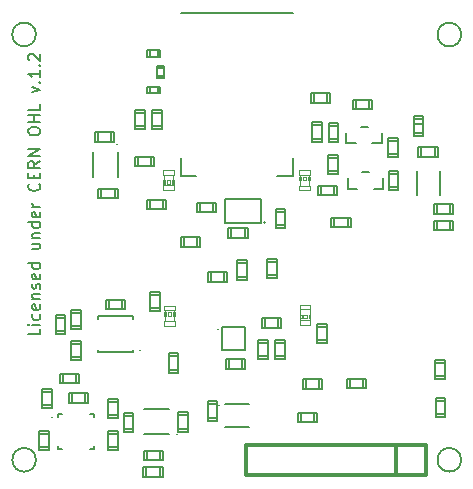
<source format=gto>
%FSLAX46Y46*%
G04 Gerber Fmt 4.6, Leading zero omitted, Abs format (unit mm)*
G04 Created by KiCad (PCBNEW (2014-07-14 BZR 4996)-product) date wto, 15 lip 2014, 18:35:06*
%MOMM*%
G01*
G04 APERTURE LIST*
%ADD10C,0.100000*%
%ADD11C,0.170000*%
%ADD12C,0.127000*%
%ADD13C,0.066040*%
%ADD14C,0.101600*%
%ADD15C,0.150000*%
%ADD16C,0.304800*%
%ADD17C,0.250000*%
G04 APERTURE END LIST*
D10*
D11*
X89650601Y-101192733D02*
X89650601Y-101668924D01*
X88650601Y-101668924D01*
X89650601Y-100859400D02*
X88983934Y-100859400D01*
X88650601Y-100859400D02*
X88698220Y-100907019D01*
X88745839Y-100859400D01*
X88698220Y-100811781D01*
X88650601Y-100859400D01*
X88745839Y-100859400D01*
X89602982Y-99954638D02*
X89650601Y-100049876D01*
X89650601Y-100240353D01*
X89602982Y-100335591D01*
X89555363Y-100383210D01*
X89460125Y-100430829D01*
X89174410Y-100430829D01*
X89079172Y-100383210D01*
X89031553Y-100335591D01*
X88983934Y-100240353D01*
X88983934Y-100049876D01*
X89031553Y-99954638D01*
X89602982Y-99145114D02*
X89650601Y-99240352D01*
X89650601Y-99430829D01*
X89602982Y-99526067D01*
X89507744Y-99573686D01*
X89126791Y-99573686D01*
X89031553Y-99526067D01*
X88983934Y-99430829D01*
X88983934Y-99240352D01*
X89031553Y-99145114D01*
X89126791Y-99097495D01*
X89222030Y-99097495D01*
X89317268Y-99573686D01*
X88983934Y-98668924D02*
X89650601Y-98668924D01*
X89079172Y-98668924D02*
X89031553Y-98621305D01*
X88983934Y-98526067D01*
X88983934Y-98383209D01*
X89031553Y-98287971D01*
X89126791Y-98240352D01*
X89650601Y-98240352D01*
X89602982Y-97811781D02*
X89650601Y-97716543D01*
X89650601Y-97526067D01*
X89602982Y-97430828D01*
X89507744Y-97383209D01*
X89460125Y-97383209D01*
X89364887Y-97430828D01*
X89317268Y-97526067D01*
X89317268Y-97668924D01*
X89269649Y-97764162D01*
X89174410Y-97811781D01*
X89126791Y-97811781D01*
X89031553Y-97764162D01*
X88983934Y-97668924D01*
X88983934Y-97526067D01*
X89031553Y-97430828D01*
X89602982Y-96573685D02*
X89650601Y-96668923D01*
X89650601Y-96859400D01*
X89602982Y-96954638D01*
X89507744Y-97002257D01*
X89126791Y-97002257D01*
X89031553Y-96954638D01*
X88983934Y-96859400D01*
X88983934Y-96668923D01*
X89031553Y-96573685D01*
X89126791Y-96526066D01*
X89222030Y-96526066D01*
X89317268Y-97002257D01*
X89650601Y-95668923D02*
X88650601Y-95668923D01*
X89602982Y-95668923D02*
X89650601Y-95764161D01*
X89650601Y-95954638D01*
X89602982Y-96049876D01*
X89555363Y-96097495D01*
X89460125Y-96145114D01*
X89174410Y-96145114D01*
X89079172Y-96097495D01*
X89031553Y-96049876D01*
X88983934Y-95954638D01*
X88983934Y-95764161D01*
X89031553Y-95668923D01*
X88983934Y-94002256D02*
X89650601Y-94002256D01*
X88983934Y-94430828D02*
X89507744Y-94430828D01*
X89602982Y-94383209D01*
X89650601Y-94287971D01*
X89650601Y-94145113D01*
X89602982Y-94049875D01*
X89555363Y-94002256D01*
X88983934Y-93526066D02*
X89650601Y-93526066D01*
X89079172Y-93526066D02*
X89031553Y-93478447D01*
X88983934Y-93383209D01*
X88983934Y-93240351D01*
X89031553Y-93145113D01*
X89126791Y-93097494D01*
X89650601Y-93097494D01*
X89650601Y-92192732D02*
X88650601Y-92192732D01*
X89602982Y-92192732D02*
X89650601Y-92287970D01*
X89650601Y-92478447D01*
X89602982Y-92573685D01*
X89555363Y-92621304D01*
X89460125Y-92668923D01*
X89174410Y-92668923D01*
X89079172Y-92621304D01*
X89031553Y-92573685D01*
X88983934Y-92478447D01*
X88983934Y-92287970D01*
X89031553Y-92192732D01*
X89602982Y-91335589D02*
X89650601Y-91430827D01*
X89650601Y-91621304D01*
X89602982Y-91716542D01*
X89507744Y-91764161D01*
X89126791Y-91764161D01*
X89031553Y-91716542D01*
X88983934Y-91621304D01*
X88983934Y-91430827D01*
X89031553Y-91335589D01*
X89126791Y-91287970D01*
X89222030Y-91287970D01*
X89317268Y-91764161D01*
X89650601Y-90859399D02*
X88983934Y-90859399D01*
X89174410Y-90859399D02*
X89079172Y-90811780D01*
X89031553Y-90764161D01*
X88983934Y-90668923D01*
X88983934Y-90573684D01*
X89555363Y-88907017D02*
X89602982Y-88954636D01*
X89650601Y-89097493D01*
X89650601Y-89192731D01*
X89602982Y-89335589D01*
X89507744Y-89430827D01*
X89412506Y-89478446D01*
X89222030Y-89526065D01*
X89079172Y-89526065D01*
X88888696Y-89478446D01*
X88793458Y-89430827D01*
X88698220Y-89335589D01*
X88650601Y-89192731D01*
X88650601Y-89097493D01*
X88698220Y-88954636D01*
X88745839Y-88907017D01*
X89126791Y-88478446D02*
X89126791Y-88145112D01*
X89650601Y-88002255D02*
X89650601Y-88478446D01*
X88650601Y-88478446D01*
X88650601Y-88002255D01*
X89650601Y-87002255D02*
X89174410Y-87335589D01*
X89650601Y-87573684D02*
X88650601Y-87573684D01*
X88650601Y-87192731D01*
X88698220Y-87097493D01*
X88745839Y-87049874D01*
X88841077Y-87002255D01*
X88983934Y-87002255D01*
X89079172Y-87049874D01*
X89126791Y-87097493D01*
X89174410Y-87192731D01*
X89174410Y-87573684D01*
X89650601Y-86573684D02*
X88650601Y-86573684D01*
X89650601Y-86002255D01*
X88650601Y-86002255D01*
X88650601Y-84573684D02*
X88650601Y-84383207D01*
X88698220Y-84287969D01*
X88793458Y-84192731D01*
X88983934Y-84145112D01*
X89317268Y-84145112D01*
X89507744Y-84192731D01*
X89602982Y-84287969D01*
X89650601Y-84383207D01*
X89650601Y-84573684D01*
X89602982Y-84668922D01*
X89507744Y-84764160D01*
X89317268Y-84811779D01*
X88983934Y-84811779D01*
X88793458Y-84764160D01*
X88698220Y-84668922D01*
X88650601Y-84573684D01*
X89650601Y-83716541D02*
X88650601Y-83716541D01*
X89126791Y-83716541D02*
X89126791Y-83145112D01*
X89650601Y-83145112D02*
X88650601Y-83145112D01*
X89650601Y-82192731D02*
X89650601Y-82668922D01*
X88650601Y-82668922D01*
X88983934Y-81192731D02*
X89650601Y-80954636D01*
X88983934Y-80716540D01*
X89555363Y-80335588D02*
X89602982Y-80287969D01*
X89650601Y-80335588D01*
X89602982Y-80383207D01*
X89555363Y-80335588D01*
X89650601Y-80335588D01*
X89650601Y-79335588D02*
X89650601Y-79907017D01*
X89650601Y-79621303D02*
X88650601Y-79621303D01*
X88793458Y-79716541D01*
X88888696Y-79811779D01*
X88936315Y-79907017D01*
X89555363Y-78907017D02*
X89602982Y-78859398D01*
X89650601Y-78907017D01*
X89602982Y-78954636D01*
X89555363Y-78907017D01*
X89650601Y-78907017D01*
X88745839Y-78478446D02*
X88698220Y-78430827D01*
X88650601Y-78335589D01*
X88650601Y-78097493D01*
X88698220Y-78002255D01*
X88745839Y-77954636D01*
X88841077Y-77907017D01*
X88936315Y-77907017D01*
X89079172Y-77954636D01*
X89650601Y-78526065D01*
X89650601Y-77907017D01*
D12*
X105840740Y-92696219D02*
X105840740Y-93509019D01*
X106958340Y-93483619D02*
X106958340Y-92696219D01*
X107212340Y-93509019D02*
X105586740Y-93509019D01*
X105586740Y-93509019D02*
X105586740Y-92696219D01*
X105586740Y-92696219D02*
X107212340Y-92696219D01*
X107212340Y-92696219D02*
X107212340Y-93509019D01*
X104330040Y-91340782D02*
X104330040Y-90527982D01*
X103212440Y-90553382D02*
X103212440Y-91340782D01*
X102958440Y-90527982D02*
X104584040Y-90527982D01*
X104584040Y-90527982D02*
X104584040Y-91340782D01*
X104584040Y-91340782D02*
X102958440Y-91340782D01*
X102958440Y-91340782D02*
X102958440Y-90527982D01*
D11*
X110991401Y-88242600D02*
X109691401Y-88242600D01*
X101541401Y-88242600D02*
X102891401Y-88242600D01*
X101541401Y-74442600D02*
X111041401Y-74442600D01*
X111041401Y-86742600D02*
X111041401Y-88242600D01*
X101541401Y-86742600D02*
X101541401Y-88242600D01*
D12*
X100030828Y-91084724D02*
X100030828Y-90271924D01*
X98913228Y-90297324D02*
X98913228Y-91084724D01*
X98659228Y-90271924D02*
X100284828Y-90271924D01*
X100284828Y-90271924D02*
X100284828Y-91084724D01*
X100284828Y-91084724D02*
X98659228Y-91084724D01*
X98659228Y-91084724D02*
X98659228Y-90271924D01*
X101855075Y-93461878D02*
X101855075Y-94274678D01*
X102972675Y-94249278D02*
X102972675Y-93461878D01*
X103226675Y-94274678D02*
X101601075Y-94274678D01*
X101601075Y-94274678D02*
X101601075Y-93461878D01*
X101601075Y-93461878D02*
X103226675Y-93461878D01*
X103226675Y-93461878D02*
X103226675Y-94274678D01*
X105212030Y-97252978D02*
X105212030Y-96440178D01*
X104094430Y-96465578D02*
X104094430Y-97252978D01*
X103840430Y-96440178D02*
X105466030Y-96440178D01*
X105466030Y-96440178D02*
X105466030Y-97252978D01*
X105466030Y-97252978D02*
X103840430Y-97252978D01*
X103840430Y-97252978D02*
X103840430Y-96440178D01*
X106325322Y-96790127D02*
X107138122Y-96790127D01*
X107112722Y-95672527D02*
X106325322Y-95672527D01*
X107138122Y-95418527D02*
X107138122Y-97044127D01*
X107138122Y-97044127D02*
X106325322Y-97044127D01*
X106325322Y-97044127D02*
X106325322Y-95418527D01*
X106325322Y-95418527D02*
X107138122Y-95418527D01*
X108898722Y-96689027D02*
X109711522Y-96689027D01*
X109686122Y-95571427D02*
X108898722Y-95571427D01*
X109711522Y-95317427D02*
X109711522Y-96943027D01*
X109711522Y-96943027D02*
X108898722Y-96943027D01*
X108898722Y-96943027D02*
X108898722Y-95317427D01*
X108898722Y-95317427D02*
X109711522Y-95317427D01*
D13*
X111594210Y-88192938D02*
X112493370Y-88192938D01*
X112493370Y-88192938D02*
X112493370Y-87794158D01*
X111594210Y-87794158D02*
X112493370Y-87794158D01*
X111594210Y-88192938D02*
X111594210Y-87794158D01*
X111594210Y-89490878D02*
X112493370Y-89490878D01*
X112493370Y-89490878D02*
X112493370Y-89092098D01*
X111594210Y-89092098D02*
X112493370Y-89092098D01*
X111594210Y-89490878D02*
X111594210Y-89092098D01*
X111594210Y-88642518D02*
X111744070Y-88642518D01*
X111744070Y-88642518D02*
X111744070Y-88342798D01*
X111594210Y-88342798D02*
X111744070Y-88342798D01*
X111594210Y-88642518D02*
X111594210Y-88342798D01*
X112343510Y-88642518D02*
X112493370Y-88642518D01*
X112493370Y-88642518D02*
X112493370Y-88342798D01*
X112343510Y-88342798D02*
X112493370Y-88342798D01*
X112343510Y-88642518D02*
X112343510Y-88342798D01*
X111893930Y-88642518D02*
X112193650Y-88642518D01*
X112193650Y-88642518D02*
X112193650Y-88342798D01*
X111893930Y-88342798D02*
X112193650Y-88342798D01*
X111893930Y-88642518D02*
X111893930Y-88342798D01*
D14*
X111645010Y-88192938D02*
X111645010Y-89092098D01*
X112442570Y-88192938D02*
X112442570Y-89092098D01*
D15*
X121531017Y-89871820D02*
X121531017Y-87871820D01*
X123531017Y-89871820D02*
X123531017Y-87871820D01*
D11*
X104720792Y-101223380D02*
X104725792Y-101223380D01*
X105025792Y-101023380D02*
X105025792Y-103023380D01*
X105025792Y-103023380D02*
X107025792Y-103023380D01*
X107025792Y-103023380D02*
X107025792Y-101023380D01*
X105025792Y-101023380D02*
X107025792Y-101023380D01*
X104813243Y-107661000D02*
X104818243Y-107661000D01*
X105318243Y-109561000D02*
X107318243Y-109561000D01*
X105318243Y-107561000D02*
X107318243Y-107561000D01*
X98129600Y-102964743D02*
X98124600Y-102964743D01*
X94524600Y-100164743D02*
X94524600Y-100364743D01*
X97524600Y-100164743D02*
X97524600Y-100364743D01*
X94524600Y-103164743D02*
X94524600Y-102964743D01*
X97524600Y-103164743D02*
X97524600Y-102964743D01*
X97524600Y-100164743D02*
X94524600Y-100164743D01*
X97524600Y-103164743D02*
X94524600Y-103164743D01*
X101205323Y-110088380D02*
X101200323Y-110088380D01*
X100550323Y-108038380D02*
X98450323Y-108038380D01*
X100550323Y-110138380D02*
X98450323Y-110138380D01*
X90668442Y-108701398D02*
X90673442Y-108701398D01*
X91473442Y-111401398D02*
X91173442Y-111401398D01*
X91173442Y-111401398D02*
X91173442Y-111101398D01*
X91473442Y-108401398D02*
X91173442Y-108401398D01*
X91173442Y-108401398D02*
X91173442Y-108701398D01*
X94173442Y-111101398D02*
X94173442Y-111401398D01*
X94173442Y-111401398D02*
X93873442Y-111401398D01*
X94173442Y-108401398D02*
X94173442Y-108701398D01*
X93873442Y-108401398D02*
X94173442Y-108401398D01*
D12*
X123142978Y-108397221D02*
X123955778Y-108397221D01*
X123930378Y-107279621D02*
X123142978Y-107279621D01*
X123955778Y-107025621D02*
X123955778Y-108651221D01*
X123955778Y-108651221D02*
X123142978Y-108651221D01*
X123142978Y-108651221D02*
X123142978Y-107025621D01*
X123142978Y-107025621D02*
X123955778Y-107025621D01*
X114560640Y-89908624D02*
X114560640Y-89095824D01*
X113443040Y-89121224D02*
X113443040Y-89908624D01*
X113189040Y-89095824D02*
X114814640Y-89095824D01*
X114814640Y-89095824D02*
X114814640Y-89908624D01*
X114814640Y-89908624D02*
X113189040Y-89908624D01*
X113189040Y-89908624D02*
X113189040Y-89095824D01*
X97928640Y-86623496D02*
X97928640Y-87436296D01*
X99046240Y-87410896D02*
X99046240Y-86623496D01*
X99300240Y-87436296D02*
X97674640Y-87436296D01*
X97674640Y-87436296D02*
X97674640Y-86623496D01*
X97674640Y-86623496D02*
X99300240Y-86623496D01*
X99300240Y-86623496D02*
X99300240Y-87436296D01*
X99780324Y-98342460D02*
X98967524Y-98342460D01*
X98992924Y-99460060D02*
X99780324Y-99460060D01*
X98967524Y-99714060D02*
X98967524Y-98088460D01*
X98967524Y-98088460D02*
X99780324Y-98088460D01*
X99780324Y-98088460D02*
X99780324Y-99714060D01*
X99780324Y-99714060D02*
X98967524Y-99714060D01*
X113099576Y-102161580D02*
X113912376Y-102161580D01*
X113886976Y-101043980D02*
X113099576Y-101043980D01*
X113912376Y-100789980D02*
X113912376Y-102415580D01*
X113912376Y-102415580D02*
X113099576Y-102415580D01*
X113099576Y-102415580D02*
X113099576Y-100789980D01*
X113099576Y-100789980D02*
X113912376Y-100789980D01*
X112841200Y-109124382D02*
X112841200Y-108311582D01*
X111723600Y-108336982D02*
X111723600Y-109124382D01*
X111469600Y-108311582D02*
X113095200Y-108311582D01*
X113095200Y-108311582D02*
X113095200Y-109124382D01*
X113095200Y-109124382D02*
X111469600Y-109124382D01*
X111469600Y-109124382D02*
X111469600Y-108311582D01*
X113297660Y-106290822D02*
X113297660Y-105478022D01*
X112180060Y-105503422D02*
X112180060Y-106290822D01*
X111926060Y-105478022D02*
X113551660Y-105478022D01*
X113551660Y-105478022D02*
X113551660Y-106290822D01*
X113551660Y-106290822D02*
X111926060Y-106290822D01*
X111926060Y-106290822D02*
X111926060Y-105478022D01*
X114902980Y-83997077D02*
X114090180Y-83997077D01*
X114115580Y-85114677D02*
X114902980Y-85114677D01*
X114090180Y-85368677D02*
X114090180Y-83743077D01*
X114090180Y-83743077D02*
X114902980Y-83743077D01*
X114902980Y-83743077D02*
X114902980Y-85368677D01*
X114902980Y-85368677D02*
X114090180Y-85368677D01*
X119961022Y-85309980D02*
X119148222Y-85309980D01*
X119173622Y-86427580D02*
X119961022Y-86427580D01*
X119148222Y-86681580D02*
X119148222Y-85055980D01*
X119148222Y-85055980D02*
X119961022Y-85055980D01*
X119961022Y-85055980D02*
X119961022Y-86681580D01*
X119961022Y-86681580D02*
X119148222Y-86681580D01*
X116414980Y-81812178D02*
X116414980Y-82624978D01*
X117532580Y-82599578D02*
X117532580Y-81812178D01*
X117786580Y-82624978D02*
X116160980Y-82624978D01*
X116160980Y-82624978D02*
X116160980Y-81812178D01*
X116160980Y-81812178D02*
X117786580Y-81812178D01*
X117786580Y-81812178D02*
X117786580Y-82624978D01*
X95460445Y-98743480D02*
X95460445Y-99556280D01*
X96578045Y-99530880D02*
X96578045Y-98743480D01*
X96832045Y-99556280D02*
X95206445Y-99556280D01*
X95206445Y-99556280D02*
X95206445Y-98743480D01*
X95206445Y-98743480D02*
X96832045Y-98743480D01*
X96832045Y-98743480D02*
X96832045Y-99556280D01*
X92303623Y-103620822D02*
X93116423Y-103620822D01*
X93091023Y-102503222D02*
X92303623Y-102503222D01*
X93116423Y-102249222D02*
X93116423Y-103874822D01*
X93116423Y-103874822D02*
X92303623Y-103874822D01*
X92303623Y-103874822D02*
X92303623Y-102249222D01*
X92303623Y-102249222D02*
X93116423Y-102249222D01*
X91577797Y-104997222D02*
X91577797Y-105810022D01*
X92695397Y-105784622D02*
X92695397Y-104997222D01*
X92949397Y-105810022D02*
X91323797Y-105810022D01*
X91323797Y-105810022D02*
X91323797Y-104997222D01*
X91323797Y-104997222D02*
X92949397Y-104997222D01*
X92949397Y-104997222D02*
X92949397Y-105810022D01*
X96220178Y-107410660D02*
X95407378Y-107410660D01*
X95432778Y-108528260D02*
X96220178Y-108528260D01*
X95407378Y-108782260D02*
X95407378Y-107156660D01*
X95407378Y-107156660D02*
X96220178Y-107156660D01*
X96220178Y-107156660D02*
X96220178Y-108782260D01*
X96220178Y-108782260D02*
X95407378Y-108782260D01*
X90626622Y-106528760D02*
X89813822Y-106528760D01*
X89839222Y-107646360D02*
X90626622Y-107646360D01*
X89813822Y-107900360D02*
X89813822Y-106274760D01*
X89813822Y-106274760D02*
X90626622Y-106274760D01*
X90626622Y-106274760D02*
X90626622Y-107900360D01*
X90626622Y-107900360D02*
X89813822Y-107900360D01*
X98679760Y-111529338D02*
X98679760Y-112342138D01*
X99797360Y-112316738D02*
X99797360Y-111529338D01*
X100051360Y-112342138D02*
X98425760Y-112342138D01*
X98425760Y-112342138D02*
X98425760Y-111529338D01*
X98425760Y-111529338D02*
X100051360Y-111529338D01*
X100051360Y-111529338D02*
X100051360Y-112342138D01*
X98650960Y-112908638D02*
X98650960Y-113721438D01*
X99768560Y-113696038D02*
X99768560Y-112908638D01*
X100022560Y-113721438D02*
X98396960Y-113721438D01*
X98396960Y-113721438D02*
X98396960Y-112908638D01*
X98396960Y-112908638D02*
X100022560Y-112908638D01*
X100022560Y-112908638D02*
X100022560Y-113721438D01*
D11*
X122004618Y-83829500D02*
X121404618Y-83829500D01*
D12*
X121298218Y-84588300D02*
X122111018Y-84588300D01*
X122085618Y-83470700D02*
X121298218Y-83470700D01*
X122111018Y-83216700D02*
X122111018Y-84842300D01*
X122111018Y-84842300D02*
X121298218Y-84842300D01*
X121298218Y-84842300D02*
X121298218Y-83216700D01*
X121298218Y-83216700D02*
X122111018Y-83216700D01*
X123100978Y-105228220D02*
X123913778Y-105228220D01*
X123888378Y-104110620D02*
X123100978Y-104110620D01*
X123913778Y-103856620D02*
X123913778Y-105482220D01*
X123913778Y-105482220D02*
X123100978Y-105482220D01*
X123100978Y-105482220D02*
X123100978Y-103856620D01*
X123100978Y-103856620D02*
X123913778Y-103856620D01*
X114564059Y-91794996D02*
X114564059Y-92607796D01*
X115681659Y-92582396D02*
X115681659Y-91794996D01*
X115935659Y-92607796D02*
X114310059Y-92607796D01*
X114310059Y-92607796D02*
X114310059Y-91794996D01*
X114310059Y-91794996D02*
X115935659Y-91794996D01*
X115935659Y-91794996D02*
X115935659Y-92607796D01*
X123046620Y-86632062D02*
X123046620Y-85819262D01*
X121929020Y-85844662D02*
X121929020Y-86632062D01*
X121675020Y-85819262D02*
X123300620Y-85819262D01*
X123300620Y-85819262D02*
X123300620Y-86632062D01*
X123300620Y-86632062D02*
X121675020Y-86632062D01*
X121675020Y-86632062D02*
X121675020Y-85819262D01*
X105614980Y-103779798D02*
X105614980Y-104592598D01*
X106732580Y-104567198D02*
X106732580Y-103779798D01*
X106986580Y-104592598D02*
X105360980Y-104592598D01*
X105360980Y-104592598D02*
X105360980Y-103779798D01*
X105360980Y-103779798D02*
X106986580Y-103779798D01*
X106986580Y-103779798D02*
X106986580Y-104592598D01*
X108702780Y-100325398D02*
X108702780Y-101138198D01*
X109820380Y-101112798D02*
X109820380Y-100325398D01*
X110074380Y-101138198D02*
X108448780Y-101138198D01*
X108448780Y-101138198D02*
X108448780Y-100325398D01*
X108448780Y-100325398D02*
X110074380Y-100325398D01*
X110074380Y-100325398D02*
X110074380Y-101138198D01*
X108938722Y-102375700D02*
X108125922Y-102375700D01*
X108151322Y-103493300D02*
X108938722Y-103493300D01*
X108125922Y-103747300D02*
X108125922Y-102121700D01*
X108125922Y-102121700D02*
X108938722Y-102121700D01*
X108938722Y-102121700D02*
X108938722Y-103747300D01*
X108938722Y-103747300D02*
X108125922Y-103747300D01*
X110348422Y-102377400D02*
X109535622Y-102377400D01*
X109561022Y-103495000D02*
X110348422Y-103495000D01*
X109535622Y-103749000D02*
X109535622Y-102123400D01*
X109535622Y-102123400D02*
X110348422Y-102123400D01*
X110348422Y-102123400D02*
X110348422Y-103749000D01*
X110348422Y-103749000D02*
X109535622Y-103749000D01*
X104650882Y-107612680D02*
X103838082Y-107612680D01*
X103863482Y-108730280D02*
X104650882Y-108730280D01*
X103838082Y-108984280D02*
X103838082Y-107358680D01*
X103838082Y-107358680D02*
X104650882Y-107358680D01*
X104650882Y-107358680D02*
X104650882Y-108984280D01*
X104650882Y-108984280D02*
X103838082Y-108984280D01*
X95649580Y-85386775D02*
X95649580Y-84573975D01*
X94531980Y-84599375D02*
X94531980Y-85386775D01*
X94277980Y-84573975D02*
X95903580Y-84573975D01*
X95903580Y-84573975D02*
X95903580Y-85386775D01*
X95903580Y-85386775D02*
X94277980Y-85386775D01*
X94277980Y-85386775D02*
X94277980Y-84573975D01*
X99930178Y-82924620D02*
X99117378Y-82924620D01*
X99142778Y-84042220D02*
X99930178Y-84042220D01*
X99117378Y-84296220D02*
X99117378Y-82670620D01*
X99117378Y-82670620D02*
X99930178Y-82670620D01*
X99930178Y-82670620D02*
X99930178Y-84296220D01*
X99930178Y-84296220D02*
X99117378Y-84296220D01*
X98538797Y-82923839D02*
X97725997Y-82923839D01*
X97751397Y-84041439D02*
X98538797Y-84041439D01*
X97725997Y-84295439D02*
X97725997Y-82669839D01*
X97725997Y-82669839D02*
X98538797Y-82669839D01*
X98538797Y-82669839D02*
X98538797Y-84295439D01*
X98538797Y-84295439D02*
X97725997Y-84295439D01*
X112819380Y-81258178D02*
X112819380Y-82070978D01*
X113936980Y-82045578D02*
X113936980Y-81258178D01*
X114190980Y-82070978D02*
X112565380Y-82070978D01*
X112565380Y-82070978D02*
X112565380Y-81258178D01*
X112565380Y-81258178D02*
X114190980Y-81258178D01*
X114190980Y-81258178D02*
X114190980Y-82070978D01*
X113525222Y-83991580D02*
X112712422Y-83991580D01*
X112737822Y-85109180D02*
X113525222Y-85109180D01*
X112712422Y-85363180D02*
X112712422Y-83737580D01*
X112712422Y-83737580D02*
X113525222Y-83737580D01*
X113525222Y-83737580D02*
X113525222Y-85363180D01*
X113525222Y-85363180D02*
X112712422Y-85363180D01*
X95962560Y-90171382D02*
X95962560Y-89358582D01*
X94844960Y-89383982D02*
X94844960Y-90171382D01*
X94590960Y-89358582D02*
X96216560Y-89358582D01*
X96216560Y-89358582D02*
X96216560Y-90171382D01*
X96216560Y-90171382D02*
X94590960Y-90171382D01*
X94590960Y-90171382D02*
X94590960Y-89358582D01*
X92303554Y-100962480D02*
X93116354Y-100962480D01*
X93090954Y-99844880D02*
X92303554Y-99844880D01*
X93116354Y-99590880D02*
X93116354Y-101216480D01*
X93116354Y-101216480D02*
X92303554Y-101216480D01*
X92303554Y-101216480D02*
X92303554Y-99590880D01*
X92303554Y-99590880D02*
X93116354Y-99590880D01*
X101366915Y-103543818D02*
X100554115Y-103543818D01*
X100579515Y-104661418D02*
X101366915Y-104661418D01*
X100554115Y-104915418D02*
X100554115Y-103289818D01*
X100554115Y-103289818D02*
X101366915Y-103289818D01*
X101366915Y-103289818D02*
X101366915Y-104915418D01*
X101366915Y-104915418D02*
X100554115Y-104915418D01*
X90959997Y-101370745D02*
X91772797Y-101370745D01*
X91747397Y-100253145D02*
X90959997Y-100253145D01*
X91772797Y-99999145D02*
X91772797Y-101624745D01*
X91772797Y-101624745D02*
X90959997Y-101624745D01*
X90959997Y-101624745D02*
X90959997Y-99999145D01*
X90959997Y-99999145D02*
X91772797Y-99999145D01*
X90378178Y-110133524D02*
X89565378Y-110133524D01*
X89590778Y-111251124D02*
X90378178Y-111251124D01*
X89565378Y-111505124D02*
X89565378Y-109879524D01*
X89565378Y-109879524D02*
X90378178Y-109879524D01*
X90378178Y-109879524D02*
X90378178Y-111505124D01*
X90378178Y-111505124D02*
X89565378Y-111505124D01*
X101320358Y-109656900D02*
X102133158Y-109656900D01*
X102107758Y-108539300D02*
X101320358Y-108539300D01*
X102133158Y-108285300D02*
X102133158Y-109910900D01*
X102133158Y-109910900D02*
X101320358Y-109910900D01*
X101320358Y-109910900D02*
X101320358Y-108285300D01*
X101320358Y-108285300D02*
X102133158Y-108285300D01*
X96223902Y-110095280D02*
X95411102Y-110095280D01*
X95436502Y-111212880D02*
X96223902Y-111212880D01*
X95411102Y-111466880D02*
X95411102Y-109841280D01*
X95411102Y-109841280D02*
X96223902Y-109841280D01*
X96223902Y-109841280D02*
X96223902Y-111466880D01*
X96223902Y-111466880D02*
X95411102Y-111466880D01*
X96738062Y-109670300D02*
X97550862Y-109670300D01*
X97525462Y-108552700D02*
X96738062Y-108552700D01*
X97550862Y-108298700D02*
X97550862Y-109924300D01*
X97550862Y-109924300D02*
X96738062Y-109924300D01*
X96738062Y-109924300D02*
X96738062Y-108298700D01*
X96738062Y-108298700D02*
X97550862Y-108298700D01*
X93440640Y-107487502D02*
X93440640Y-106674702D01*
X92323040Y-106700102D02*
X92323040Y-107487502D01*
X92069040Y-106674702D02*
X93694640Y-106674702D01*
X93694640Y-106674702D02*
X93694640Y-107487502D01*
X93694640Y-107487502D02*
X92069040Y-107487502D01*
X92069040Y-107487502D02*
X92069040Y-106674702D01*
D13*
X112537882Y-100459501D02*
X111638722Y-100459501D01*
X111638722Y-100459501D02*
X111638722Y-100858281D01*
X112537882Y-100858281D02*
X111638722Y-100858281D01*
X112537882Y-100459501D02*
X112537882Y-100858281D01*
X112537882Y-99161561D02*
X111638722Y-99161561D01*
X111638722Y-99161561D02*
X111638722Y-99560341D01*
X112537882Y-99560341D02*
X111638722Y-99560341D01*
X112537882Y-99161561D02*
X112537882Y-99560341D01*
X112537882Y-100009921D02*
X112388022Y-100009921D01*
X112388022Y-100009921D02*
X112388022Y-100309641D01*
X112537882Y-100309641D02*
X112388022Y-100309641D01*
X112537882Y-100009921D02*
X112537882Y-100309641D01*
X111788582Y-100009921D02*
X111638722Y-100009921D01*
X111638722Y-100009921D02*
X111638722Y-100309641D01*
X111788582Y-100309641D02*
X111638722Y-100309641D01*
X111788582Y-100009921D02*
X111788582Y-100309641D01*
X112238162Y-100009921D02*
X111938442Y-100009921D01*
X111938442Y-100009921D02*
X111938442Y-100309641D01*
X112238162Y-100309641D02*
X111938442Y-100309641D01*
X112238162Y-100009921D02*
X112238162Y-100309641D01*
D14*
X112487082Y-100459501D02*
X112487082Y-99560341D01*
X111689522Y-100459501D02*
X111689522Y-99560341D01*
D13*
X100974358Y-89064911D02*
X100075198Y-89064911D01*
X100075198Y-89064911D02*
X100075198Y-89463691D01*
X100974358Y-89463691D02*
X100075198Y-89463691D01*
X100974358Y-89064911D02*
X100974358Y-89463691D01*
X100974358Y-87766971D02*
X100075198Y-87766971D01*
X100075198Y-87766971D02*
X100075198Y-88165751D01*
X100974358Y-88165751D02*
X100075198Y-88165751D01*
X100974358Y-87766971D02*
X100974358Y-88165751D01*
X100974358Y-88615331D02*
X100824498Y-88615331D01*
X100824498Y-88615331D02*
X100824498Y-88915051D01*
X100974358Y-88915051D02*
X100824498Y-88915051D01*
X100974358Y-88615331D02*
X100974358Y-88915051D01*
X100225058Y-88615331D02*
X100075198Y-88615331D01*
X100075198Y-88615331D02*
X100075198Y-88915051D01*
X100225058Y-88915051D02*
X100075198Y-88915051D01*
X100225058Y-88615331D02*
X100225058Y-88915051D01*
X100674638Y-88615331D02*
X100374918Y-88615331D01*
X100374918Y-88615331D02*
X100374918Y-88915051D01*
X100674638Y-88915051D02*
X100374918Y-88915051D01*
X100674638Y-88615331D02*
X100674638Y-88915051D01*
D14*
X100923558Y-89064911D02*
X100923558Y-88165751D01*
X100125998Y-89064911D02*
X100125998Y-88165751D01*
D13*
X100150421Y-99650420D02*
X101049581Y-99650420D01*
X101049581Y-99650420D02*
X101049581Y-99251640D01*
X100150421Y-99251640D02*
X101049581Y-99251640D01*
X100150421Y-99650420D02*
X100150421Y-99251640D01*
X100150421Y-100948360D02*
X101049581Y-100948360D01*
X101049581Y-100948360D02*
X101049581Y-100549580D01*
X100150421Y-100549580D02*
X101049581Y-100549580D01*
X100150421Y-100948360D02*
X100150421Y-100549580D01*
X100150421Y-100100000D02*
X100300281Y-100100000D01*
X100300281Y-100100000D02*
X100300281Y-99800280D01*
X100150421Y-99800280D02*
X100300281Y-99800280D01*
X100150421Y-100100000D02*
X100150421Y-99800280D01*
X100899721Y-100100000D02*
X101049581Y-100100000D01*
X101049581Y-100100000D02*
X101049581Y-99800280D01*
X100899721Y-99800280D02*
X101049581Y-99800280D01*
X100899721Y-100100000D02*
X100899721Y-99800280D01*
X100450141Y-100100000D02*
X100749861Y-100100000D01*
X100749861Y-100100000D02*
X100749861Y-99800280D01*
X100450141Y-99800280D02*
X100749861Y-99800280D01*
X100450141Y-100100000D02*
X100450141Y-99800280D01*
D14*
X100201221Y-99650420D02*
X100201221Y-100549580D01*
X100998781Y-99650420D02*
X100998781Y-100549580D01*
D12*
X99595820Y-77631822D02*
X99595820Y-78190622D01*
X98935420Y-77631822D02*
X98935420Y-78190622D01*
X98732220Y-77631822D02*
X98732220Y-78190622D01*
X98732220Y-78190622D02*
X99799020Y-78190622D01*
X99799020Y-78190622D02*
X99799020Y-77631822D01*
X99799020Y-77631822D02*
X98732220Y-77631822D01*
X99601020Y-80720422D02*
X99601020Y-81279222D01*
X98940620Y-80720422D02*
X98940620Y-81279222D01*
X98737420Y-80720422D02*
X98737420Y-81279222D01*
X98737420Y-81279222D02*
X99804220Y-81279222D01*
X99804220Y-81279222D02*
X99804220Y-80720422D01*
X99804220Y-80720422D02*
X98737420Y-80720422D01*
X99570601Y-79119800D02*
X100129401Y-79119800D01*
X99570601Y-79780200D02*
X100129401Y-79780200D01*
X99570601Y-79983400D02*
X100129401Y-79983400D01*
X100129401Y-79983400D02*
X100129401Y-78916600D01*
X100129401Y-78916600D02*
X99570601Y-78916600D01*
X99570601Y-78916600D02*
X99570601Y-79983400D01*
D15*
X118580000Y-84589999D02*
X118580000Y-85489999D01*
X118580000Y-85489999D02*
X117780000Y-85489999D01*
X115580000Y-84589999D02*
X115580000Y-85489999D01*
X115580000Y-85489999D02*
X116380000Y-85489999D01*
X116780000Y-84089999D02*
X117380000Y-84089999D01*
X118700000Y-88459999D02*
X118700000Y-89359999D01*
X118700000Y-89359999D02*
X117900000Y-89359999D01*
X115700000Y-88459999D02*
X115700000Y-89359999D01*
X115700000Y-89359999D02*
X116500000Y-89359999D01*
X116900000Y-87959999D02*
X117500000Y-87959999D01*
D12*
X109586659Y-92403300D02*
X110399459Y-92403300D01*
X110374059Y-91285700D02*
X109586659Y-91285700D01*
X110399459Y-91031700D02*
X110399459Y-92657300D01*
X110399459Y-92657300D02*
X109586659Y-92657300D01*
X109586659Y-92657300D02*
X109586659Y-91031700D01*
X109586659Y-91031700D02*
X110399459Y-91031700D01*
X114063599Y-87828800D02*
X114876399Y-87828800D01*
X114850999Y-86711200D02*
X114063599Y-86711200D01*
X114876399Y-86457200D02*
X114876399Y-88082800D01*
X114876399Y-88082800D02*
X114063599Y-88082800D01*
X114063599Y-88082800D02*
X114063599Y-86457200D01*
X114063599Y-86457200D02*
X114876399Y-86457200D01*
X119163599Y-89238800D02*
X119976399Y-89238800D01*
X119950999Y-88121200D02*
X119163599Y-88121200D01*
X119976399Y-87867200D02*
X119976399Y-89492800D01*
X119976399Y-89492800D02*
X119163599Y-89492800D01*
X119163599Y-89492800D02*
X119163599Y-87867200D01*
X119163599Y-87867200D02*
X119976399Y-87867200D01*
D11*
X96191920Y-85564972D02*
X96191920Y-85569972D01*
X94141920Y-86219972D02*
X94141920Y-88319972D01*
X96241920Y-86219972D02*
X96241920Y-88319972D01*
D16*
X122291899Y-111007740D02*
X122291899Y-113547740D01*
X122291899Y-113547740D02*
X107051899Y-113547740D01*
X107051899Y-113547740D02*
X107051899Y-111007740D01*
X107051899Y-111007740D02*
X122291899Y-111007740D01*
X119751899Y-111007740D02*
X119751899Y-113547740D01*
D11*
X89300000Y-112300000D02*
G75*
G03X89300000Y-112300000I-1000000J0D01*
G74*
G01*
X125300000Y-112300000D02*
G75*
G03X125300000Y-112300000I-1000000J0D01*
G74*
G01*
X125300000Y-76300000D02*
G75*
G03X125300000Y-76300000I-1000000J0D01*
G74*
G01*
X89295480Y-76281280D02*
G75*
G03X89295480Y-76281280I-1000000J0D01*
G74*
G01*
D12*
X123251200Y-90633599D02*
X123251200Y-91446399D01*
X124368800Y-91420999D02*
X124368800Y-90633599D01*
X124622800Y-91446399D02*
X122997200Y-91446399D01*
X122997200Y-91446399D02*
X122997200Y-90633599D01*
X122997200Y-90633599D02*
X124622800Y-90633599D01*
X124622800Y-90633599D02*
X124622800Y-91446399D01*
X124381360Y-92871101D02*
X124381360Y-92058301D01*
X123263760Y-92083701D02*
X123263760Y-92871101D01*
X123009760Y-92058301D02*
X124635360Y-92058301D01*
X124635360Y-92058301D02*
X124635360Y-92871101D01*
X124635360Y-92871101D02*
X123009760Y-92871101D01*
X123009760Y-92871101D02*
X123009760Y-92058301D01*
X117028800Y-106246401D02*
X117028800Y-105433601D01*
X115911200Y-105459001D02*
X115911200Y-106246401D01*
X115657200Y-105433601D02*
X117282800Y-105433601D01*
X117282800Y-105433601D02*
X117282800Y-106246401D01*
X117282800Y-106246401D02*
X115657200Y-106246401D01*
X115657200Y-106246401D02*
X115657200Y-105433601D01*
D17*
X108646261Y-92150360D02*
X108646261Y-92145360D01*
D11*
X105346261Y-92245360D02*
X108346261Y-92245360D01*
X108346261Y-92245360D02*
X108346261Y-90245360D01*
X108346261Y-90245360D02*
X105346261Y-90245360D01*
X105346261Y-90245360D02*
X105346261Y-92245360D01*
M02*

</source>
